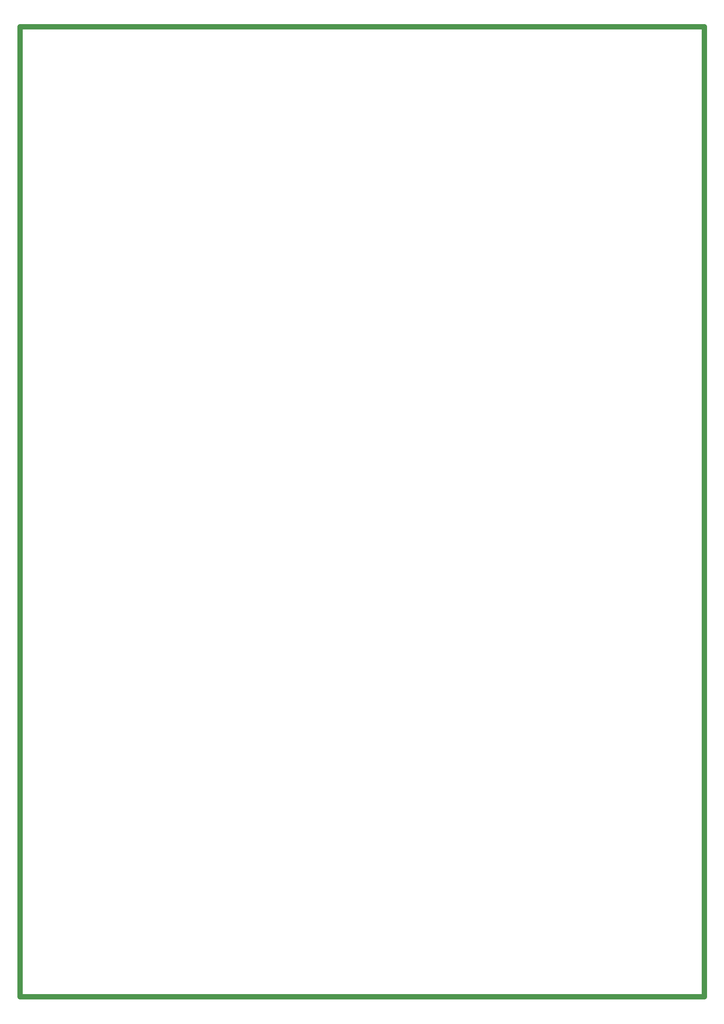
<source format=gbr>
%TF.GenerationSoftware,KiCad,Pcbnew,7.0.10*%
%TF.CreationDate,2024-02-14T11:35:49-06:00*%
%TF.ProjectId,rck,72636b2e-6b69-4636-9164-5f7063625858,rev?*%
%TF.SameCoordinates,PX22c24e4PYbb5f0a8*%
%TF.FileFunction,Profile,NP*%
%FSLAX46Y46*%
G04 Gerber Fmt 4.6, Leading zero omitted, Abs format (unit mm)*
G04 Created by KiCad (PCBNEW 7.0.10) date 2024-02-14 11:35:49*
%MOMM*%
%LPD*%
G01*
G04 APERTURE LIST*
%TA.AperFunction,Profile*%
%ADD10C,1.000000*%
%TD*%
G04 APERTURE END LIST*
D10*
X130000000Y184000000D02*
X130000000Y0D01*
X0Y0D02*
X130000000Y0D01*
X0Y184000000D02*
X130000000Y184000000D01*
X0Y184000000D02*
X0Y0D01*
M02*

</source>
